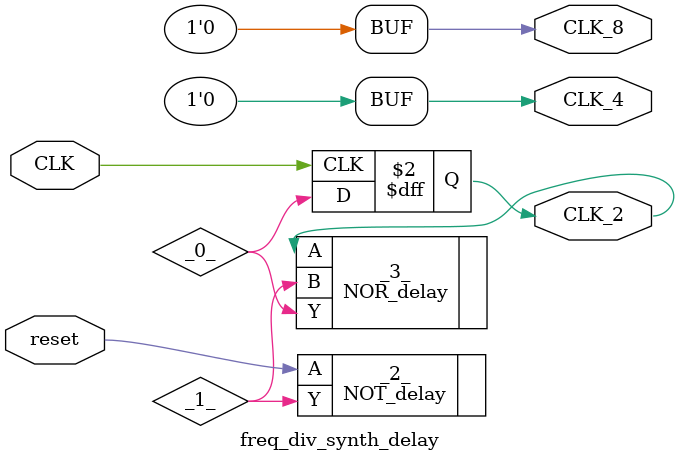
<source format=v>
/* Generated by Yosys 0.7 (git sha1 UNKNOWN, clang 5.0.1 -march=x86-64 -mtune=generic -O2 -fstack-protector-strong -fno-plt -fPIC -Os) */

module freq_div_synth_delay(CLK, reset, CLK_2, CLK_4, CLK_8);
  wire _0_;
  wire _1_;
  input CLK;
  output CLK_2;
  reg CLK_2;
  output CLK_4;
  output CLK_8;
  input reset;
  NOT_delay _2_ (
    .A(reset),
    .Y(_1_)
  );
  NOR_delay _3_ (
    .A(CLK_2),
    .B(_1_),
    .Y(_0_)
  );
  always @(posedge CLK)
      CLK_2 <= #15  _0_;
  assign CLK_4 = 1'b0;
  assign CLK_8 = 1'b0;
endmodule

</source>
